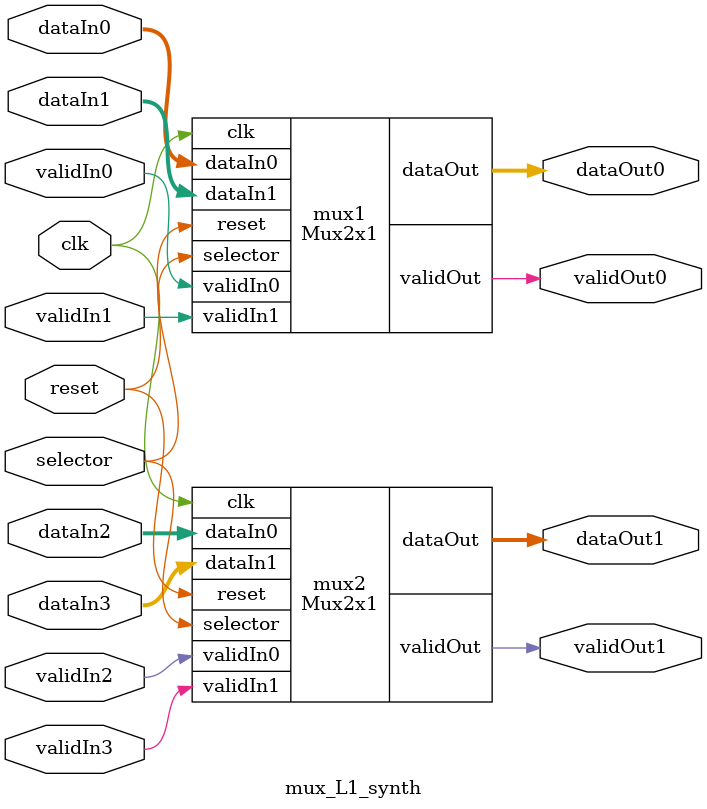
<source format=v>
/* Generated by Yosys 0.9 (git sha1 1979e0b) */

(* src = "Mux2x1.v:1" *)
module Mux2x1(dataOut, validOut, dataIn0, dataIn1, validIn0, validIn1, selector, clk, reset);
  (* src = "Mux2x1.v:28" *)
  wire [7:0] _000_;
  (* src = "Mux2x1.v:28" *)
  wire _001_;
  wire _002_;
  wire _003_;
  wire _004_;
  wire _005_;
  wire _006_;
  wire _007_;
  wire _008_;
  wire _009_;
  wire _010_;
  wire _011_;
  wire _012_;
  wire _013_;
  wire _014_;
  wire _015_;
  wire _016_;
  wire _017_;
  wire _018_;
  wire _019_;
  wire _020_;
  wire _021_;
  wire _022_;
  wire _023_;
  wire _024_;
  wire _025_;
  wire _026_;
  wire _027_;
  wire _028_;
  wire _029_;
  wire _030_;
  wire _031_;
  wire _032_;
  wire _033_;
  wire _034_;
  wire _035_;
  wire _036_;
  wire _037_;
  wire _038_;
  wire _039_;
  wire _040_;
  wire _041_;
  wire _042_;
  wire _043_;
  wire _044_;
  wire _045_;
  wire _046_;
  wire _047_;
  wire _048_;
  wire _049_;
  wire _050_;
  wire _051_;
  wire _052_;
  wire _053_;
  wire _054_;
  wire _055_;
  wire _056_;
  wire _057_;
  wire _058_;
  wire _059_;
  wire _060_;
  wire _061_;
  wire _062_;
  wire _063_;
  wire _064_;
  wire _065_;
  wire _066_;
  (* src = "Mux2x1.v:9" *)
  input clk;
  (* src = "Mux2x1.v:4" *)
  input [7:0] dataIn0;
  (* src = "Mux2x1.v:5" *)
  input [7:0] dataIn1;
  (* src = "Mux2x1.v:2" *)
  output [7:0] dataOut;
  (* src = "Mux2x1.v:10" *)
  input reset;
  (* src = "Mux2x1.v:8" *)
  input selector;
  (* src = "Mux2x1.v:6" *)
  input validIn0;
  (* src = "Mux2x1.v:7" *)
  input validIn1;
  (* src = "Mux2x1.v:3" *)
  output validOut;
  NOT _067_ (
    .A(dataOut[0]),
    .Y(_012_)
  );
  NOT _068_ (
    .A(dataOut[1]),
    .Y(_013_)
  );
  NOT _069_ (
    .A(dataOut[2]),
    .Y(_014_)
  );
  NOT _070_ (
    .A(dataOut[3]),
    .Y(_015_)
  );
  NOT _071_ (
    .A(dataOut[4]),
    .Y(_016_)
  );
  NOT _072_ (
    .A(dataOut[5]),
    .Y(_017_)
  );
  NOT _073_ (
    .A(dataOut[6]),
    .Y(_018_)
  );
  NOT _074_ (
    .A(dataOut[7]),
    .Y(_019_)
  );
  NOT _075_ (
    .A(validIn0),
    .Y(_020_)
  );
  NOT _076_ (
    .A(selector),
    .Y(_021_)
  );
  NAND _077_ (
    .A(validIn1),
    .B(selector),
    .Y(_022_)
  );
  NOT _078_ (
    .A(_022_),
    .Y(_023_)
  );
  NOR _079_ (
    .A(_020_),
    .B(selector),
    .Y(_024_)
  );
  NOR _080_ (
    .A(_023_),
    .B(_024_),
    .Y(_025_)
  );
  NAND _081_ (
    .A(_021_),
    .B(dataIn0[0]),
    .Y(_026_)
  );
  NAND _082_ (
    .A(selector),
    .B(dataIn1[0]),
    .Y(_027_)
  );
  NAND _083_ (
    .A(_026_),
    .B(_027_),
    .Y(_028_)
  );
  NOR _084_ (
    .A(_025_),
    .B(_028_),
    .Y(_029_)
  );
  NAND _085_ (
    .A(_012_),
    .B(_025_),
    .Y(_030_)
  );
  NAND _086_ (
    .A(reset),
    .B(_030_),
    .Y(_031_)
  );
  NOR _087_ (
    .A(_029_),
    .B(_031_),
    .Y(_000_[0])
  );
  NAND _088_ (
    .A(_021_),
    .B(dataIn0[1]),
    .Y(_032_)
  );
  NAND _089_ (
    .A(selector),
    .B(dataIn1[1]),
    .Y(_033_)
  );
  NAND _090_ (
    .A(_032_),
    .B(_033_),
    .Y(_034_)
  );
  NOR _091_ (
    .A(_025_),
    .B(_034_),
    .Y(_035_)
  );
  NAND _092_ (
    .A(_013_),
    .B(_025_),
    .Y(_036_)
  );
  NAND _093_ (
    .A(reset),
    .B(_036_),
    .Y(_037_)
  );
  NOR _094_ (
    .A(_035_),
    .B(_037_),
    .Y(_000_[1])
  );
  NAND _095_ (
    .A(_021_),
    .B(dataIn0[2]),
    .Y(_038_)
  );
  NAND _096_ (
    .A(selector),
    .B(dataIn1[2]),
    .Y(_039_)
  );
  NAND _097_ (
    .A(_038_),
    .B(_039_),
    .Y(_040_)
  );
  NOR _098_ (
    .A(_025_),
    .B(_040_),
    .Y(_041_)
  );
  NAND _099_ (
    .A(_014_),
    .B(_025_),
    .Y(_042_)
  );
  NAND _100_ (
    .A(reset),
    .B(_042_),
    .Y(_043_)
  );
  NOR _101_ (
    .A(_041_),
    .B(_043_),
    .Y(_000_[2])
  );
  NAND _102_ (
    .A(_021_),
    .B(dataIn0[3]),
    .Y(_044_)
  );
  NAND _103_ (
    .A(selector),
    .B(dataIn1[3]),
    .Y(_045_)
  );
  NAND _104_ (
    .A(_044_),
    .B(_045_),
    .Y(_046_)
  );
  NOR _105_ (
    .A(_025_),
    .B(_046_),
    .Y(_047_)
  );
  NAND _106_ (
    .A(_015_),
    .B(_025_),
    .Y(_048_)
  );
  NAND _107_ (
    .A(reset),
    .B(_048_),
    .Y(_049_)
  );
  NOR _108_ (
    .A(_047_),
    .B(_049_),
    .Y(_000_[3])
  );
  NAND _109_ (
    .A(_021_),
    .B(dataIn0[4]),
    .Y(_050_)
  );
  NAND _110_ (
    .A(selector),
    .B(dataIn1[4]),
    .Y(_051_)
  );
  NAND _111_ (
    .A(_050_),
    .B(_051_),
    .Y(_052_)
  );
  NOR _112_ (
    .A(_025_),
    .B(_052_),
    .Y(_053_)
  );
  NAND _113_ (
    .A(_016_),
    .B(_025_),
    .Y(_054_)
  );
  NAND _114_ (
    .A(reset),
    .B(_054_),
    .Y(_055_)
  );
  NOR _115_ (
    .A(_053_),
    .B(_055_),
    .Y(_000_[4])
  );
  NAND _116_ (
    .A(_021_),
    .B(dataIn0[5]),
    .Y(_056_)
  );
  NAND _117_ (
    .A(selector),
    .B(dataIn1[5]),
    .Y(_057_)
  );
  NAND _118_ (
    .A(_056_),
    .B(_057_),
    .Y(_058_)
  );
  NOR _119_ (
    .A(_025_),
    .B(_058_),
    .Y(_059_)
  );
  NAND _120_ (
    .A(_017_),
    .B(_025_),
    .Y(_060_)
  );
  NAND _121_ (
    .A(reset),
    .B(_060_),
    .Y(_061_)
  );
  NOR _122_ (
    .A(_059_),
    .B(_061_),
    .Y(_000_[5])
  );
  NAND _123_ (
    .A(_021_),
    .B(dataIn0[6]),
    .Y(_062_)
  );
  NAND _124_ (
    .A(selector),
    .B(dataIn1[6]),
    .Y(_063_)
  );
  NAND _125_ (
    .A(_062_),
    .B(_063_),
    .Y(_064_)
  );
  NOR _126_ (
    .A(_025_),
    .B(_064_),
    .Y(_065_)
  );
  NAND _127_ (
    .A(_018_),
    .B(_025_),
    .Y(_066_)
  );
  NAND _128_ (
    .A(reset),
    .B(_066_),
    .Y(_002_)
  );
  NOR _129_ (
    .A(_065_),
    .B(_002_),
    .Y(_000_[6])
  );
  NAND _130_ (
    .A(_021_),
    .B(dataIn0[7]),
    .Y(_003_)
  );
  NAND _131_ (
    .A(selector),
    .B(dataIn1[7]),
    .Y(_004_)
  );
  NAND _132_ (
    .A(_003_),
    .B(_004_),
    .Y(_005_)
  );
  NOR _133_ (
    .A(_025_),
    .B(_005_),
    .Y(_006_)
  );
  NAND _134_ (
    .A(_019_),
    .B(_025_),
    .Y(_007_)
  );
  NAND _135_ (
    .A(reset),
    .B(_007_),
    .Y(_008_)
  );
  NOR _136_ (
    .A(_006_),
    .B(_008_),
    .Y(_000_[7])
  );
  NOR _137_ (
    .A(reset),
    .B(validOut),
    .Y(_009_)
  );
  NAND _138_ (
    .A(reset),
    .B(_025_),
    .Y(_010_)
  );
  NOT _139_ (
    .A(_010_),
    .Y(_011_)
  );
  NOR _140_ (
    .A(_009_),
    .B(_011_),
    .Y(_001_)
  );
  (* src = "Mux2x1.v:28" *)
  DFF _141_ (
    .C(clk),
    .D(_000_[0]),
    .Q(dataOut[0])
  );
  (* src = "Mux2x1.v:28" *)
  DFF _142_ (
    .C(clk),
    .D(_000_[1]),
    .Q(dataOut[1])
  );
  (* src = "Mux2x1.v:28" *)
  DFF _143_ (
    .C(clk),
    .D(_000_[2]),
    .Q(dataOut[2])
  );
  (* src = "Mux2x1.v:28" *)
  DFF _144_ (
    .C(clk),
    .D(_000_[3]),
    .Q(dataOut[3])
  );
  (* src = "Mux2x1.v:28" *)
  DFF _145_ (
    .C(clk),
    .D(_000_[4]),
    .Q(dataOut[4])
  );
  (* src = "Mux2x1.v:28" *)
  DFF _146_ (
    .C(clk),
    .D(_000_[5]),
    .Q(dataOut[5])
  );
  (* src = "Mux2x1.v:28" *)
  DFF _147_ (
    .C(clk),
    .D(_000_[6]),
    .Q(dataOut[6])
  );
  (* src = "Mux2x1.v:28" *)
  DFF _148_ (
    .C(clk),
    .D(_000_[7]),
    .Q(dataOut[7])
  );
  (* src = "Mux2x1.v:28" *)
  DFF _149_ (
    .C(clk),
    .D(_001_),
    .Q(validOut)
  );
endmodule

(* top =  1  *)
(* src = "mux_L1_synth.v:3" *)
module mux_L1_synth(dataOut0, dataOut1, validOut0, validOut1, dataIn0, dataIn1, dataIn2, dataIn3, validIn0, validIn1, validIn2, validIn3, selector, clk, reset);
  (* src = "mux_L1_synth.v:17" *)
  input clk;
  (* src = "mux_L1_synth.v:8" *)
  input [7:0] dataIn0;
  (* src = "mux_L1_synth.v:9" *)
  input [7:0] dataIn1;
  (* src = "mux_L1_synth.v:10" *)
  input [7:0] dataIn2;
  (* src = "mux_L1_synth.v:11" *)
  input [7:0] dataIn3;
  (* src = "mux_L1_synth.v:4" *)
  output [7:0] dataOut0;
  (* src = "mux_L1_synth.v:5" *)
  output [7:0] dataOut1;
  (* src = "mux_L1_synth.v:18" *)
  input reset;
  (* src = "mux_L1_synth.v:16" *)
  input selector;
  (* src = "mux_L1_synth.v:12" *)
  input validIn0;
  (* src = "mux_L1_synth.v:13" *)
  input validIn1;
  (* src = "mux_L1_synth.v:14" *)
  input validIn2;
  (* src = "mux_L1_synth.v:15" *)
  input validIn3;
  (* src = "mux_L1_synth.v:6" *)
  output validOut0;
  (* src = "mux_L1_synth.v:7" *)
  output validOut1;
  (* module_not_derived = 32'd1 *)
  (* src = "mux_L1_synth.v:20" *)
  Mux2x1 mux1 (
    .clk(clk),
    .dataIn0(dataIn0),
    .dataIn1(dataIn1),
    .dataOut(dataOut0),
    .reset(reset),
    .selector(selector),
    .validIn0(validIn0),
    .validIn1(validIn1),
    .validOut(validOut0)
  );
  (* module_not_derived = 32'd1 *)
  (* src = "mux_L1_synth.v:34" *)
  Mux2x1 mux2 (
    .clk(clk),
    .dataIn0(dataIn2),
    .dataIn1(dataIn3),
    .dataOut(dataOut1),
    .reset(reset),
    .selector(selector),
    .validIn0(validIn2),
    .validIn1(validIn3),
    .validOut(validOut1)
  );
endmodule

</source>
